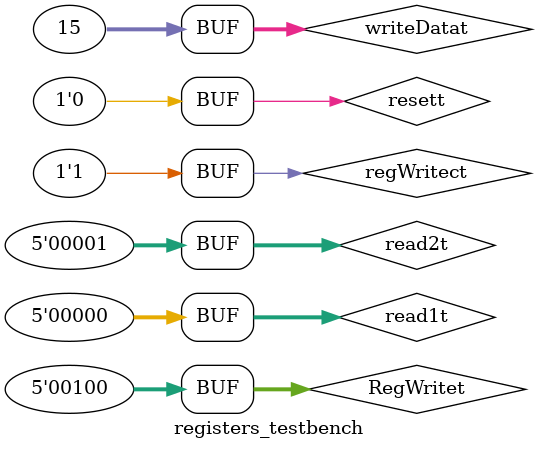
<source format=v>
module registers(reset, read1, read2, writeData, RegWrite, readData1, readData2,regWriteC);
	input  reset;
	input  regWriteC;
	input   [4:0] read1;
	input   [4:0] read2;
	input   [4:0] RegWrite;
	input   [31:0] writeData;
	output reg [31:0] readData1;
	output reg [31:0] readData2;
	
	reg [31:0] regs[31:0];
	
	integer i;
	always @ (*)
	begin
		if(reset) begin
			for(i=0; i<32; i=i+1)begin
				regs[i]=0;
			end
		end 
		readData1=regs[read1];
		readData2=regs[read2];
		if(regWriteC==1)begin
			regs[RegWrite]=writeData;
		end
		regs[0]=0;
	end	
endmodule 



module registers_testbench;
	parameter timeDelay = 10;
	reg regWritect;
	reg resett;
	reg  [4:0] read1t;
	reg  [4:0] read2t;
	reg  [4:0] RegWritet;
	reg  [31:0] writeDatat;
	wire [31:0] readData1t;
	wire [31:0] readData2t;
	wire regWritet;
	registers a (resett, read1t, read2t, writeDatat, RegWritet, readData1t, readData2t,regWritect);
	
	initial
	begin 
		resett=1;
		#(timeDelay) resett=0; read1t=0000;read2t=0001;
		#(timeDelay) writeDatat=32'hf;RegWritet=5'b00100; regWritect=1;
		#100;
	 end
endmodule 
</source>
